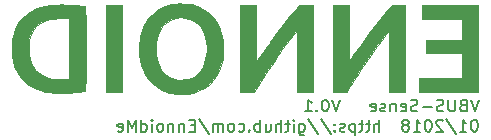
<source format=gbr>
G04 #@! TF.GenerationSoftware,KiCad,Pcbnew,no-vcs-found-dc66b73~61~ubuntu17.10.1*
G04 #@! TF.CreationDate,2018-02-04T10:14:16-05:00*
G04 #@! TF.ProjectId,VBUS-Sense,564255532D53656E73652E6B69636164,rev?*
G04 #@! TF.SameCoordinates,Original*
G04 #@! TF.FileFunction,Legend,Bot*
G04 #@! TF.FilePolarity,Positive*
%FSLAX46Y46*%
G04 Gerber Fmt 4.6, Leading zero omitted, Abs format (unit mm)*
G04 Created by KiCad (PCBNEW no-vcs-found-dc66b73~61~ubuntu17.10.1) date Sun Feb  4 10:14:16 2018*
%MOMM*%
%LPD*%
G01*
G04 APERTURE LIST*
%ADD10C,0.200000*%
%ADD11C,0.010000*%
G04 APERTURE END LIST*
D10*
X49812761Y-66102380D02*
X49479428Y-67102380D01*
X49146095Y-66102380D01*
X48479428Y-66578571D02*
X48336571Y-66626190D01*
X48288952Y-66673809D01*
X48241333Y-66769047D01*
X48241333Y-66911904D01*
X48288952Y-67007142D01*
X48336571Y-67054761D01*
X48431809Y-67102380D01*
X48812761Y-67102380D01*
X48812761Y-66102380D01*
X48479428Y-66102380D01*
X48384190Y-66150000D01*
X48336571Y-66197619D01*
X48288952Y-66292857D01*
X48288952Y-66388095D01*
X48336571Y-66483333D01*
X48384190Y-66530952D01*
X48479428Y-66578571D01*
X48812761Y-66578571D01*
X47812761Y-66102380D02*
X47812761Y-66911904D01*
X47765142Y-67007142D01*
X47717523Y-67054761D01*
X47622285Y-67102380D01*
X47431809Y-67102380D01*
X47336571Y-67054761D01*
X47288952Y-67007142D01*
X47241333Y-66911904D01*
X47241333Y-66102380D01*
X46812761Y-67054761D02*
X46669904Y-67102380D01*
X46431809Y-67102380D01*
X46336571Y-67054761D01*
X46288952Y-67007142D01*
X46241333Y-66911904D01*
X46241333Y-66816666D01*
X46288952Y-66721428D01*
X46336571Y-66673809D01*
X46431809Y-66626190D01*
X46622285Y-66578571D01*
X46717523Y-66530952D01*
X46765142Y-66483333D01*
X46812761Y-66388095D01*
X46812761Y-66292857D01*
X46765142Y-66197619D01*
X46717523Y-66150000D01*
X46622285Y-66102380D01*
X46384190Y-66102380D01*
X46241333Y-66150000D01*
X45812761Y-66721428D02*
X45050857Y-66721428D01*
X44622285Y-67054761D02*
X44479428Y-67102380D01*
X44241333Y-67102380D01*
X44146095Y-67054761D01*
X44098476Y-67007142D01*
X44050857Y-66911904D01*
X44050857Y-66816666D01*
X44098476Y-66721428D01*
X44146095Y-66673809D01*
X44241333Y-66626190D01*
X44431809Y-66578571D01*
X44527047Y-66530952D01*
X44574666Y-66483333D01*
X44622285Y-66388095D01*
X44622285Y-66292857D01*
X44574666Y-66197619D01*
X44527047Y-66150000D01*
X44431809Y-66102380D01*
X44193714Y-66102380D01*
X44050857Y-66150000D01*
X43241333Y-67054761D02*
X43336571Y-67102380D01*
X43527047Y-67102380D01*
X43622285Y-67054761D01*
X43669904Y-66959523D01*
X43669904Y-66578571D01*
X43622285Y-66483333D01*
X43527047Y-66435714D01*
X43336571Y-66435714D01*
X43241333Y-66483333D01*
X43193714Y-66578571D01*
X43193714Y-66673809D01*
X43669904Y-66769047D01*
X42765142Y-66435714D02*
X42765142Y-67102380D01*
X42765142Y-66530952D02*
X42717523Y-66483333D01*
X42622285Y-66435714D01*
X42479428Y-66435714D01*
X42384190Y-66483333D01*
X42336571Y-66578571D01*
X42336571Y-67102380D01*
X41908000Y-67054761D02*
X41812761Y-67102380D01*
X41622285Y-67102380D01*
X41527047Y-67054761D01*
X41479428Y-66959523D01*
X41479428Y-66911904D01*
X41527047Y-66816666D01*
X41622285Y-66769047D01*
X41765142Y-66769047D01*
X41860380Y-66721428D01*
X41908000Y-66626190D01*
X41908000Y-66578571D01*
X41860380Y-66483333D01*
X41765142Y-66435714D01*
X41622285Y-66435714D01*
X41527047Y-66483333D01*
X40669904Y-67054761D02*
X40765142Y-67102380D01*
X40955619Y-67102380D01*
X41050857Y-67054761D01*
X41098476Y-66959523D01*
X41098476Y-66578571D01*
X41050857Y-66483333D01*
X40955619Y-66435714D01*
X40765142Y-66435714D01*
X40669904Y-66483333D01*
X40622285Y-66578571D01*
X40622285Y-66673809D01*
X41098476Y-66769047D01*
X38050857Y-66102380D02*
X37717523Y-67102380D01*
X37384190Y-66102380D01*
X36860380Y-66102380D02*
X36765142Y-66102380D01*
X36669904Y-66150000D01*
X36622285Y-66197619D01*
X36574666Y-66292857D01*
X36527047Y-66483333D01*
X36527047Y-66721428D01*
X36574666Y-66911904D01*
X36622285Y-67007142D01*
X36669904Y-67054761D01*
X36765142Y-67102380D01*
X36860380Y-67102380D01*
X36955619Y-67054761D01*
X37003238Y-67007142D01*
X37050857Y-66911904D01*
X37098476Y-66721428D01*
X37098476Y-66483333D01*
X37050857Y-66292857D01*
X37003238Y-66197619D01*
X36955619Y-66150000D01*
X36860380Y-66102380D01*
X36098476Y-67007142D02*
X36050857Y-67054761D01*
X36098476Y-67102380D01*
X36146095Y-67054761D01*
X36098476Y-67007142D01*
X36098476Y-67102380D01*
X35098476Y-67102380D02*
X35669904Y-67102380D01*
X35384190Y-67102380D02*
X35384190Y-66102380D01*
X35479428Y-66245238D01*
X35574666Y-66340476D01*
X35669904Y-66388095D01*
X49479428Y-67802380D02*
X49384190Y-67802380D01*
X49288952Y-67850000D01*
X49241333Y-67897619D01*
X49193714Y-67992857D01*
X49146095Y-68183333D01*
X49146095Y-68421428D01*
X49193714Y-68611904D01*
X49241333Y-68707142D01*
X49288952Y-68754761D01*
X49384190Y-68802380D01*
X49479428Y-68802380D01*
X49574666Y-68754761D01*
X49622285Y-68707142D01*
X49669904Y-68611904D01*
X49717523Y-68421428D01*
X49717523Y-68183333D01*
X49669904Y-67992857D01*
X49622285Y-67897619D01*
X49574666Y-67850000D01*
X49479428Y-67802380D01*
X48193714Y-68802380D02*
X48765142Y-68802380D01*
X48479428Y-68802380D02*
X48479428Y-67802380D01*
X48574666Y-67945238D01*
X48669904Y-68040476D01*
X48765142Y-68088095D01*
X47050857Y-67754761D02*
X47908000Y-69040476D01*
X46765142Y-67897619D02*
X46717523Y-67850000D01*
X46622285Y-67802380D01*
X46384190Y-67802380D01*
X46288952Y-67850000D01*
X46241333Y-67897619D01*
X46193714Y-67992857D01*
X46193714Y-68088095D01*
X46241333Y-68230952D01*
X46812761Y-68802380D01*
X46193714Y-68802380D01*
X45574666Y-67802380D02*
X45479428Y-67802380D01*
X45384190Y-67850000D01*
X45336571Y-67897619D01*
X45288952Y-67992857D01*
X45241333Y-68183333D01*
X45241333Y-68421428D01*
X45288952Y-68611904D01*
X45336571Y-68707142D01*
X45384190Y-68754761D01*
X45479428Y-68802380D01*
X45574666Y-68802380D01*
X45669904Y-68754761D01*
X45717523Y-68707142D01*
X45765142Y-68611904D01*
X45812761Y-68421428D01*
X45812761Y-68183333D01*
X45765142Y-67992857D01*
X45717523Y-67897619D01*
X45669904Y-67850000D01*
X45574666Y-67802380D01*
X44288952Y-68802380D02*
X44860380Y-68802380D01*
X44574666Y-68802380D02*
X44574666Y-67802380D01*
X44669904Y-67945238D01*
X44765142Y-68040476D01*
X44860380Y-68088095D01*
X43717523Y-68230952D02*
X43812761Y-68183333D01*
X43860380Y-68135714D01*
X43908000Y-68040476D01*
X43908000Y-67992857D01*
X43860380Y-67897619D01*
X43812761Y-67850000D01*
X43717523Y-67802380D01*
X43527047Y-67802380D01*
X43431809Y-67850000D01*
X43384190Y-67897619D01*
X43336571Y-67992857D01*
X43336571Y-68040476D01*
X43384190Y-68135714D01*
X43431809Y-68183333D01*
X43527047Y-68230952D01*
X43717523Y-68230952D01*
X43812761Y-68278571D01*
X43860380Y-68326190D01*
X43908000Y-68421428D01*
X43908000Y-68611904D01*
X43860380Y-68707142D01*
X43812761Y-68754761D01*
X43717523Y-68802380D01*
X43527047Y-68802380D01*
X43431809Y-68754761D01*
X43384190Y-68707142D01*
X43336571Y-68611904D01*
X43336571Y-68421428D01*
X43384190Y-68326190D01*
X43431809Y-68278571D01*
X43527047Y-68230952D01*
X41384190Y-68802380D02*
X41384190Y-67802380D01*
X40955619Y-68802380D02*
X40955619Y-68278571D01*
X41003238Y-68183333D01*
X41098476Y-68135714D01*
X41241333Y-68135714D01*
X41336571Y-68183333D01*
X41384190Y-68230952D01*
X40622285Y-68135714D02*
X40241333Y-68135714D01*
X40479428Y-67802380D02*
X40479428Y-68659523D01*
X40431809Y-68754761D01*
X40336571Y-68802380D01*
X40241333Y-68802380D01*
X40050857Y-68135714D02*
X39669904Y-68135714D01*
X39908000Y-67802380D02*
X39908000Y-68659523D01*
X39860380Y-68754761D01*
X39765142Y-68802380D01*
X39669904Y-68802380D01*
X39336571Y-68135714D02*
X39336571Y-69135714D01*
X39336571Y-68183333D02*
X39241333Y-68135714D01*
X39050857Y-68135714D01*
X38955619Y-68183333D01*
X38908000Y-68230952D01*
X38860380Y-68326190D01*
X38860380Y-68611904D01*
X38908000Y-68707142D01*
X38955619Y-68754761D01*
X39050857Y-68802380D01*
X39241333Y-68802380D01*
X39336571Y-68754761D01*
X38479428Y-68754761D02*
X38384190Y-68802380D01*
X38193714Y-68802380D01*
X38098476Y-68754761D01*
X38050857Y-68659523D01*
X38050857Y-68611904D01*
X38098476Y-68516666D01*
X38193714Y-68469047D01*
X38336571Y-68469047D01*
X38431809Y-68421428D01*
X38479428Y-68326190D01*
X38479428Y-68278571D01*
X38431809Y-68183333D01*
X38336571Y-68135714D01*
X38193714Y-68135714D01*
X38098476Y-68183333D01*
X37622285Y-68707142D02*
X37574666Y-68754761D01*
X37622285Y-68802380D01*
X37669904Y-68754761D01*
X37622285Y-68707142D01*
X37622285Y-68802380D01*
X37622285Y-68183333D02*
X37574666Y-68230952D01*
X37622285Y-68278571D01*
X37669904Y-68230952D01*
X37622285Y-68183333D01*
X37622285Y-68278571D01*
X36431809Y-67754761D02*
X37288952Y-69040476D01*
X35384190Y-67754761D02*
X36241333Y-69040476D01*
X34622285Y-68135714D02*
X34622285Y-68945238D01*
X34669904Y-69040476D01*
X34717523Y-69088095D01*
X34812761Y-69135714D01*
X34955619Y-69135714D01*
X35050857Y-69088095D01*
X34622285Y-68754761D02*
X34717523Y-68802380D01*
X34908000Y-68802380D01*
X35003238Y-68754761D01*
X35050857Y-68707142D01*
X35098476Y-68611904D01*
X35098476Y-68326190D01*
X35050857Y-68230952D01*
X35003238Y-68183333D01*
X34908000Y-68135714D01*
X34717523Y-68135714D01*
X34622285Y-68183333D01*
X34146095Y-68802380D02*
X34146095Y-68135714D01*
X34146095Y-67802380D02*
X34193714Y-67850000D01*
X34146095Y-67897619D01*
X34098476Y-67850000D01*
X34146095Y-67802380D01*
X34146095Y-67897619D01*
X33812761Y-68135714D02*
X33431809Y-68135714D01*
X33669904Y-67802380D02*
X33669904Y-68659523D01*
X33622285Y-68754761D01*
X33527047Y-68802380D01*
X33431809Y-68802380D01*
X33098476Y-68802380D02*
X33098476Y-67802380D01*
X32669904Y-68802380D02*
X32669904Y-68278571D01*
X32717523Y-68183333D01*
X32812761Y-68135714D01*
X32955619Y-68135714D01*
X33050857Y-68183333D01*
X33098476Y-68230952D01*
X31765142Y-68135714D02*
X31765142Y-68802380D01*
X32193714Y-68135714D02*
X32193714Y-68659523D01*
X32146095Y-68754761D01*
X32050857Y-68802380D01*
X31908000Y-68802380D01*
X31812761Y-68754761D01*
X31765142Y-68707142D01*
X31288952Y-68802380D02*
X31288952Y-67802380D01*
X31288952Y-68183333D02*
X31193714Y-68135714D01*
X31003238Y-68135714D01*
X30908000Y-68183333D01*
X30860380Y-68230952D01*
X30812761Y-68326190D01*
X30812761Y-68611904D01*
X30860380Y-68707142D01*
X30908000Y-68754761D01*
X31003238Y-68802380D01*
X31193714Y-68802380D01*
X31288952Y-68754761D01*
X30384190Y-68707142D02*
X30336571Y-68754761D01*
X30384190Y-68802380D01*
X30431809Y-68754761D01*
X30384190Y-68707142D01*
X30384190Y-68802380D01*
X29479428Y-68754761D02*
X29574666Y-68802380D01*
X29765142Y-68802380D01*
X29860380Y-68754761D01*
X29908000Y-68707142D01*
X29955619Y-68611904D01*
X29955619Y-68326190D01*
X29908000Y-68230952D01*
X29860380Y-68183333D01*
X29765142Y-68135714D01*
X29574666Y-68135714D01*
X29479428Y-68183333D01*
X28908000Y-68802380D02*
X29003238Y-68754761D01*
X29050857Y-68707142D01*
X29098476Y-68611904D01*
X29098476Y-68326190D01*
X29050857Y-68230952D01*
X29003238Y-68183333D01*
X28908000Y-68135714D01*
X28765142Y-68135714D01*
X28669904Y-68183333D01*
X28622285Y-68230952D01*
X28574666Y-68326190D01*
X28574666Y-68611904D01*
X28622285Y-68707142D01*
X28669904Y-68754761D01*
X28765142Y-68802380D01*
X28908000Y-68802380D01*
X28146095Y-68802380D02*
X28146095Y-68135714D01*
X28146095Y-68230952D02*
X28098476Y-68183333D01*
X28003238Y-68135714D01*
X27860380Y-68135714D01*
X27765142Y-68183333D01*
X27717523Y-68278571D01*
X27717523Y-68802380D01*
X27717523Y-68278571D02*
X27669904Y-68183333D01*
X27574666Y-68135714D01*
X27431809Y-68135714D01*
X27336571Y-68183333D01*
X27288952Y-68278571D01*
X27288952Y-68802380D01*
X26098476Y-67754761D02*
X26955619Y-69040476D01*
X25765142Y-68278571D02*
X25431809Y-68278571D01*
X25288952Y-68802380D02*
X25765142Y-68802380D01*
X25765142Y-67802380D01*
X25288952Y-67802380D01*
X24860380Y-68135714D02*
X24860380Y-68802380D01*
X24860380Y-68230952D02*
X24812761Y-68183333D01*
X24717523Y-68135714D01*
X24574666Y-68135714D01*
X24479428Y-68183333D01*
X24431809Y-68278571D01*
X24431809Y-68802380D01*
X23955619Y-68135714D02*
X23955619Y-68802380D01*
X23955619Y-68230952D02*
X23908000Y-68183333D01*
X23812761Y-68135714D01*
X23669904Y-68135714D01*
X23574666Y-68183333D01*
X23527047Y-68278571D01*
X23527047Y-68802380D01*
X22908000Y-68802380D02*
X23003238Y-68754761D01*
X23050857Y-68707142D01*
X23098476Y-68611904D01*
X23098476Y-68326190D01*
X23050857Y-68230952D01*
X23003238Y-68183333D01*
X22908000Y-68135714D01*
X22765142Y-68135714D01*
X22669904Y-68183333D01*
X22622285Y-68230952D01*
X22574666Y-68326190D01*
X22574666Y-68611904D01*
X22622285Y-68707142D01*
X22669904Y-68754761D01*
X22765142Y-68802380D01*
X22908000Y-68802380D01*
X22146095Y-68802380D02*
X22146095Y-68135714D01*
X22146095Y-67802380D02*
X22193714Y-67850000D01*
X22146095Y-67897619D01*
X22098476Y-67850000D01*
X22146095Y-67802380D01*
X22146095Y-67897619D01*
X21241333Y-68802380D02*
X21241333Y-67802380D01*
X21241333Y-68754761D02*
X21336571Y-68802380D01*
X21527047Y-68802380D01*
X21622285Y-68754761D01*
X21669904Y-68707142D01*
X21717523Y-68611904D01*
X21717523Y-68326190D01*
X21669904Y-68230952D01*
X21622285Y-68183333D01*
X21527047Y-68135714D01*
X21336571Y-68135714D01*
X21241333Y-68183333D01*
X20765142Y-68802380D02*
X20765142Y-67802380D01*
X20431809Y-68516666D01*
X20098476Y-67802380D01*
X20098476Y-68802380D01*
X19241333Y-68754761D02*
X19336571Y-68802380D01*
X19527047Y-68802380D01*
X19622285Y-68754761D01*
X19669904Y-68659523D01*
X19669904Y-68278571D01*
X19622285Y-68183333D01*
X19527047Y-68135714D01*
X19336571Y-68135714D01*
X19241333Y-68183333D01*
X19193714Y-68278571D01*
X19193714Y-68373809D01*
X19669904Y-68469047D01*
D11*
G36*
X18264724Y-65460250D02*
X19612695Y-65460250D01*
X19612695Y-58112487D01*
X18264724Y-58112487D01*
X18264724Y-65460250D01*
X18264724Y-65460250D01*
G37*
X18264724Y-65460250D02*
X19612695Y-65460250D01*
X19612695Y-58112487D01*
X18264724Y-58112487D01*
X18264724Y-65460250D01*
G36*
X34395727Y-58343757D02*
X34176629Y-58591875D01*
X33943506Y-58867007D01*
X33693749Y-59172411D01*
X33424754Y-59511346D01*
X33133913Y-59887068D01*
X32818620Y-60302837D01*
X32673500Y-60496586D01*
X32548160Y-60665994D01*
X32408227Y-60857727D01*
X32257712Y-61066079D01*
X32100621Y-61285349D01*
X31940966Y-61509831D01*
X31782754Y-61733824D01*
X31629994Y-61951622D01*
X31486696Y-62157523D01*
X31356868Y-62345822D01*
X31244519Y-62510817D01*
X31153659Y-62646804D01*
X31088295Y-62748079D01*
X31070001Y-62777903D01*
X30991155Y-62909678D01*
X30984407Y-60511083D01*
X30977660Y-58112487D01*
X29629968Y-58112487D01*
X29629968Y-65460250D01*
X30780762Y-65460250D01*
X30897420Y-65268627D01*
X31078810Y-64974217D01*
X31284148Y-64647089D01*
X31506714Y-64297579D01*
X31739788Y-63936025D01*
X31976651Y-63572765D01*
X32210581Y-63218136D01*
X32434859Y-62882475D01*
X32642766Y-62576120D01*
X32731571Y-62447139D01*
X32837378Y-62296464D01*
X32965060Y-62118178D01*
X33109342Y-61919359D01*
X33264947Y-61707087D01*
X33426602Y-61488439D01*
X33589030Y-61270495D01*
X33746957Y-61060335D01*
X33895107Y-60865037D01*
X34028205Y-60691679D01*
X34140975Y-60547342D01*
X34226314Y-60441318D01*
X34387513Y-60246007D01*
X34387513Y-65460250D01*
X35735483Y-65460250D01*
X35735483Y-58112487D01*
X34604679Y-58112487D01*
X34395727Y-58343757D01*
X34395727Y-58343757D01*
G37*
X34395727Y-58343757D02*
X34176629Y-58591875D01*
X33943506Y-58867007D01*
X33693749Y-59172411D01*
X33424754Y-59511346D01*
X33133913Y-59887068D01*
X32818620Y-60302837D01*
X32673500Y-60496586D01*
X32548160Y-60665994D01*
X32408227Y-60857727D01*
X32257712Y-61066079D01*
X32100621Y-61285349D01*
X31940966Y-61509831D01*
X31782754Y-61733824D01*
X31629994Y-61951622D01*
X31486696Y-62157523D01*
X31356868Y-62345822D01*
X31244519Y-62510817D01*
X31153659Y-62646804D01*
X31088295Y-62748079D01*
X31070001Y-62777903D01*
X30991155Y-62909678D01*
X30984407Y-60511083D01*
X30977660Y-58112487D01*
X29629968Y-58112487D01*
X29629968Y-65460250D01*
X30780762Y-65460250D01*
X30897420Y-65268627D01*
X31078810Y-64974217D01*
X31284148Y-64647089D01*
X31506714Y-64297579D01*
X31739788Y-63936025D01*
X31976651Y-63572765D01*
X32210581Y-63218136D01*
X32434859Y-62882475D01*
X32642766Y-62576120D01*
X32731571Y-62447139D01*
X32837378Y-62296464D01*
X32965060Y-62118178D01*
X33109342Y-61919359D01*
X33264947Y-61707087D01*
X33426602Y-61488439D01*
X33589030Y-61270495D01*
X33746957Y-61060335D01*
X33895107Y-60865037D01*
X34028205Y-60691679D01*
X34140975Y-60547342D01*
X34226314Y-60441318D01*
X34387513Y-60246007D01*
X34387513Y-65460250D01*
X35735483Y-65460250D01*
X35735483Y-58112487D01*
X34604679Y-58112487D01*
X34395727Y-58343757D01*
G36*
X42125581Y-58462695D02*
X41839541Y-58796309D01*
X41531926Y-59170216D01*
X41207089Y-59578642D01*
X40869383Y-60015813D01*
X40523160Y-60475956D01*
X40172775Y-60953298D01*
X39822579Y-61442064D01*
X39476926Y-61936482D01*
X39192710Y-62352769D01*
X38801456Y-62932385D01*
X38801456Y-58112487D01*
X37453486Y-58112487D01*
X37453486Y-65460250D01*
X38617742Y-65460250D01*
X38689776Y-65339003D01*
X38762488Y-65218907D01*
X38859678Y-65061833D01*
X38976758Y-64874957D01*
X39109143Y-64665454D01*
X39252244Y-64440501D01*
X39401476Y-64207275D01*
X39552252Y-63972950D01*
X39699984Y-63744704D01*
X39840086Y-63529711D01*
X39967971Y-63335149D01*
X40039601Y-63227196D01*
X40439813Y-62636100D01*
X40836269Y-62068931D01*
X41224551Y-61531797D01*
X41600246Y-61030810D01*
X41957340Y-60574070D01*
X42197814Y-60273633D01*
X42204552Y-62866942D01*
X42211289Y-65460250D01*
X43559001Y-65460250D01*
X43559001Y-58112487D01*
X42433364Y-58112487D01*
X42125581Y-58462695D01*
X42125581Y-58462695D01*
G37*
X42125581Y-58462695D02*
X41839541Y-58796309D01*
X41531926Y-59170216D01*
X41207089Y-59578642D01*
X40869383Y-60015813D01*
X40523160Y-60475956D01*
X40172775Y-60953298D01*
X39822579Y-61442064D01*
X39476926Y-61936482D01*
X39192710Y-62352769D01*
X38801456Y-62932385D01*
X38801456Y-58112487D01*
X37453486Y-58112487D01*
X37453486Y-65460250D01*
X38617742Y-65460250D01*
X38689776Y-65339003D01*
X38762488Y-65218907D01*
X38859678Y-65061833D01*
X38976758Y-64874957D01*
X39109143Y-64665454D01*
X39252244Y-64440501D01*
X39401476Y-64207275D01*
X39552252Y-63972950D01*
X39699984Y-63744704D01*
X39840086Y-63529711D01*
X39967971Y-63335149D01*
X40039601Y-63227196D01*
X40439813Y-62636100D01*
X40836269Y-62068931D01*
X41224551Y-61531797D01*
X41600246Y-61030810D01*
X41957340Y-60574070D01*
X42197814Y-60273633D01*
X42204552Y-62866942D01*
X42211289Y-65460250D01*
X43559001Y-65460250D01*
X43559001Y-58112487D01*
X42433364Y-58112487D01*
X42125581Y-58462695D01*
G36*
X45012695Y-59275443D02*
X48395837Y-59275443D01*
X48395837Y-61046306D01*
X45382726Y-61046306D01*
X45382726Y-62182831D01*
X48395837Y-62182831D01*
X48395837Y-64297295D01*
X44774817Y-64297295D01*
X44774817Y-65460250D01*
X49770239Y-65460250D01*
X49770239Y-58112487D01*
X45012695Y-58112487D01*
X45012695Y-59275443D01*
X45012695Y-59275443D01*
G37*
X45012695Y-59275443D02*
X48395837Y-59275443D01*
X48395837Y-61046306D01*
X45382726Y-61046306D01*
X45382726Y-62182831D01*
X48395837Y-62182831D01*
X48395837Y-64297295D01*
X44774817Y-64297295D01*
X44774817Y-65460250D01*
X49770239Y-65460250D01*
X49770239Y-58112487D01*
X45012695Y-58112487D01*
X45012695Y-59275443D01*
G36*
X14221357Y-58047397D02*
X13961424Y-58055122D01*
X13728997Y-58069084D01*
X13532104Y-58089589D01*
X13498794Y-58094337D01*
X13049686Y-58176317D01*
X12644252Y-58281796D01*
X12277796Y-58412944D01*
X11945622Y-58571935D01*
X11643035Y-58760942D01*
X11365337Y-58982137D01*
X11168641Y-59172485D01*
X10921696Y-59466569D01*
X10715450Y-59789892D01*
X10549282Y-60144034D01*
X10422569Y-60530576D01*
X10334689Y-60951098D01*
X10285021Y-61407181D01*
X10284208Y-61419950D01*
X10273317Y-61920754D01*
X10304867Y-62392778D01*
X10378488Y-62835273D01*
X10493808Y-63247488D01*
X10650458Y-63628674D01*
X10848066Y-63978082D01*
X11086261Y-64294961D01*
X11364674Y-64578563D01*
X11682932Y-64828137D01*
X12040666Y-65042934D01*
X12088100Y-65067281D01*
X12406769Y-65211032D01*
X12739764Y-65326856D01*
X13093371Y-65415952D01*
X13473878Y-65479521D01*
X13887574Y-65518765D01*
X14340744Y-65534884D01*
X14537819Y-65535099D01*
X14712989Y-65533380D01*
X14876520Y-65531125D01*
X15018772Y-65528518D01*
X15130103Y-65525742D01*
X15200872Y-65522981D01*
X15211966Y-65522247D01*
X15539298Y-65494359D01*
X15824684Y-65466177D01*
X16065787Y-65437990D01*
X16260267Y-65410090D01*
X16405784Y-65382769D01*
X16474037Y-65365143D01*
X16480610Y-65361089D01*
X16486531Y-65351414D01*
X16491834Y-65333493D01*
X16496553Y-65304699D01*
X16500721Y-65262408D01*
X16504373Y-65203994D01*
X16507542Y-65126832D01*
X16510263Y-65028295D01*
X16512569Y-64905760D01*
X16514495Y-64756600D01*
X16516073Y-64578190D01*
X16517339Y-64367905D01*
X16518326Y-64123119D01*
X16519068Y-63841206D01*
X16519599Y-63519542D01*
X16519953Y-63155500D01*
X16520163Y-62746456D01*
X16520265Y-62289784D01*
X16520291Y-61786369D01*
X16520264Y-61279786D01*
X16520163Y-60823439D01*
X16519951Y-60414704D01*
X16519596Y-60050955D01*
X16519064Y-59729566D01*
X16518321Y-59447914D01*
X16517543Y-59255177D01*
X15145889Y-59255177D01*
X15145889Y-64350156D01*
X14557804Y-64350001D01*
X14293563Y-64347467D01*
X14062074Y-64340213D01*
X13869901Y-64328536D01*
X13723610Y-64312733D01*
X13718516Y-64311976D01*
X13348529Y-64234701D01*
X13015795Y-64120003D01*
X12720257Y-63967819D01*
X12461858Y-63778084D01*
X12240542Y-63550732D01*
X12056254Y-63285700D01*
X11908937Y-62982923D01*
X11798535Y-62642335D01*
X11724992Y-62263873D01*
X11695989Y-61984600D01*
X11690486Y-61693150D01*
X11712202Y-61388597D01*
X11758688Y-61084847D01*
X11827494Y-60795807D01*
X11916169Y-60535386D01*
X11974028Y-60406361D01*
X12138686Y-60128068D01*
X12336867Y-59888172D01*
X12569828Y-59685858D01*
X12838829Y-59520307D01*
X13145129Y-59390702D01*
X13489984Y-59296226D01*
X13753577Y-59250750D01*
X13839417Y-59242591D01*
X13961549Y-59235735D01*
X14110265Y-59230265D01*
X14275858Y-59226266D01*
X14448621Y-59223820D01*
X14618846Y-59223013D01*
X14776827Y-59223927D01*
X14912855Y-59226647D01*
X15017223Y-59231257D01*
X15080224Y-59237840D01*
X15086420Y-59239240D01*
X15145889Y-59255177D01*
X16517543Y-59255177D01*
X16517333Y-59203372D01*
X16516065Y-58993315D01*
X16514485Y-58815119D01*
X16512557Y-58666157D01*
X16510249Y-58543806D01*
X16507525Y-58445439D01*
X16504353Y-58368432D01*
X16500699Y-58310159D01*
X16496527Y-58267995D01*
X16491806Y-58239316D01*
X16486499Y-58221495D01*
X16480574Y-58211908D01*
X16474037Y-58207941D01*
X16327775Y-58173330D01*
X16136773Y-58142197D01*
X15909060Y-58114849D01*
X15652662Y-58091591D01*
X15375606Y-58072731D01*
X15085921Y-58058575D01*
X14791633Y-58049430D01*
X14500769Y-58045601D01*
X14221357Y-58047397D01*
X14221357Y-58047397D01*
G37*
X14221357Y-58047397D02*
X13961424Y-58055122D01*
X13728997Y-58069084D01*
X13532104Y-58089589D01*
X13498794Y-58094337D01*
X13049686Y-58176317D01*
X12644252Y-58281796D01*
X12277796Y-58412944D01*
X11945622Y-58571935D01*
X11643035Y-58760942D01*
X11365337Y-58982137D01*
X11168641Y-59172485D01*
X10921696Y-59466569D01*
X10715450Y-59789892D01*
X10549282Y-60144034D01*
X10422569Y-60530576D01*
X10334689Y-60951098D01*
X10285021Y-61407181D01*
X10284208Y-61419950D01*
X10273317Y-61920754D01*
X10304867Y-62392778D01*
X10378488Y-62835273D01*
X10493808Y-63247488D01*
X10650458Y-63628674D01*
X10848066Y-63978082D01*
X11086261Y-64294961D01*
X11364674Y-64578563D01*
X11682932Y-64828137D01*
X12040666Y-65042934D01*
X12088100Y-65067281D01*
X12406769Y-65211032D01*
X12739764Y-65326856D01*
X13093371Y-65415952D01*
X13473878Y-65479521D01*
X13887574Y-65518765D01*
X14340744Y-65534884D01*
X14537819Y-65535099D01*
X14712989Y-65533380D01*
X14876520Y-65531125D01*
X15018772Y-65528518D01*
X15130103Y-65525742D01*
X15200872Y-65522981D01*
X15211966Y-65522247D01*
X15539298Y-65494359D01*
X15824684Y-65466177D01*
X16065787Y-65437990D01*
X16260267Y-65410090D01*
X16405784Y-65382769D01*
X16474037Y-65365143D01*
X16480610Y-65361089D01*
X16486531Y-65351414D01*
X16491834Y-65333493D01*
X16496553Y-65304699D01*
X16500721Y-65262408D01*
X16504373Y-65203994D01*
X16507542Y-65126832D01*
X16510263Y-65028295D01*
X16512569Y-64905760D01*
X16514495Y-64756600D01*
X16516073Y-64578190D01*
X16517339Y-64367905D01*
X16518326Y-64123119D01*
X16519068Y-63841206D01*
X16519599Y-63519542D01*
X16519953Y-63155500D01*
X16520163Y-62746456D01*
X16520265Y-62289784D01*
X16520291Y-61786369D01*
X16520264Y-61279786D01*
X16520163Y-60823439D01*
X16519951Y-60414704D01*
X16519596Y-60050955D01*
X16519064Y-59729566D01*
X16518321Y-59447914D01*
X16517543Y-59255177D01*
X15145889Y-59255177D01*
X15145889Y-64350156D01*
X14557804Y-64350001D01*
X14293563Y-64347467D01*
X14062074Y-64340213D01*
X13869901Y-64328536D01*
X13723610Y-64312733D01*
X13718516Y-64311976D01*
X13348529Y-64234701D01*
X13015795Y-64120003D01*
X12720257Y-63967819D01*
X12461858Y-63778084D01*
X12240542Y-63550732D01*
X12056254Y-63285700D01*
X11908937Y-62982923D01*
X11798535Y-62642335D01*
X11724992Y-62263873D01*
X11695989Y-61984600D01*
X11690486Y-61693150D01*
X11712202Y-61388597D01*
X11758688Y-61084847D01*
X11827494Y-60795807D01*
X11916169Y-60535386D01*
X11974028Y-60406361D01*
X12138686Y-60128068D01*
X12336867Y-59888172D01*
X12569828Y-59685858D01*
X12838829Y-59520307D01*
X13145129Y-59390702D01*
X13489984Y-59296226D01*
X13753577Y-59250750D01*
X13839417Y-59242591D01*
X13961549Y-59235735D01*
X14110265Y-59230265D01*
X14275858Y-59226266D01*
X14448621Y-59223820D01*
X14618846Y-59223013D01*
X14776827Y-59223927D01*
X14912855Y-59226647D01*
X15017223Y-59231257D01*
X15080224Y-59237840D01*
X15086420Y-59239240D01*
X15145889Y-59255177D01*
X16517543Y-59255177D01*
X16517333Y-59203372D01*
X16516065Y-58993315D01*
X16514485Y-58815119D01*
X16512557Y-58666157D01*
X16510249Y-58543806D01*
X16507525Y-58445439D01*
X16504353Y-58368432D01*
X16500699Y-58310159D01*
X16496527Y-58267995D01*
X16491806Y-58239316D01*
X16486499Y-58221495D01*
X16480574Y-58211908D01*
X16474037Y-58207941D01*
X16327775Y-58173330D01*
X16136773Y-58142197D01*
X15909060Y-58114849D01*
X15652662Y-58091591D01*
X15375606Y-58072731D01*
X15085921Y-58058575D01*
X14791633Y-58049430D01*
X14500769Y-58045601D01*
X14221357Y-58047397D01*
G36*
X24218936Y-57966088D02*
X24000145Y-57987429D01*
X23787832Y-58023842D01*
X23566853Y-58077025D01*
X23471876Y-58103596D01*
X23094970Y-58239536D01*
X22741507Y-58421450D01*
X22414083Y-58646735D01*
X22115295Y-58912788D01*
X21847738Y-59217005D01*
X21614011Y-59556783D01*
X21416708Y-59929518D01*
X21263235Y-60318145D01*
X21161518Y-60689055D01*
X21092149Y-61089618D01*
X21055064Y-61508717D01*
X21050197Y-61935236D01*
X21077484Y-62358059D01*
X21136860Y-62766067D01*
X21228261Y-63148145D01*
X21280685Y-63311119D01*
X21450301Y-63723264D01*
X21655813Y-64096879D01*
X21896623Y-64431433D01*
X22172130Y-64726389D01*
X22481735Y-64981216D01*
X22824839Y-65195378D01*
X23200842Y-65368342D01*
X23609146Y-65499574D01*
X23783502Y-65540715D01*
X23925487Y-65564006D01*
X24105437Y-65583152D01*
X24309296Y-65597622D01*
X24523006Y-65606883D01*
X24732510Y-65610405D01*
X24923752Y-65607655D01*
X25082676Y-65598103D01*
X25136732Y-65591889D01*
X25579745Y-65507415D01*
X25989832Y-65381655D01*
X26366894Y-65214682D01*
X26710830Y-65006566D01*
X27021542Y-64757378D01*
X27298930Y-64467188D01*
X27542895Y-64136067D01*
X27753337Y-63764086D01*
X27777838Y-63713549D01*
X27901964Y-63431468D01*
X27998917Y-63159188D01*
X28071462Y-62884295D01*
X28122365Y-62594376D01*
X28154392Y-62277016D01*
X28169406Y-61956087D01*
X28169417Y-61945027D01*
X26769006Y-61945027D01*
X26735881Y-62316901D01*
X26668228Y-62676741D01*
X26566774Y-63017409D01*
X26432249Y-63331767D01*
X26265380Y-63612674D01*
X26215019Y-63681669D01*
X26064719Y-63846764D01*
X25875919Y-64004761D01*
X25662925Y-64146086D01*
X25440042Y-64261166D01*
X25237358Y-64335976D01*
X24949018Y-64395780D01*
X24641992Y-64417234D01*
X24334227Y-64400095D01*
X24072053Y-64351632D01*
X23773565Y-64248581D01*
X23498417Y-64099276D01*
X23249775Y-63906325D01*
X23030804Y-63672334D01*
X22844672Y-63399912D01*
X22786308Y-63292924D01*
X22662834Y-63002182D01*
X22569922Y-62677876D01*
X22507716Y-62329681D01*
X22476362Y-61967268D01*
X22476007Y-61600311D01*
X22506796Y-61238481D01*
X22568874Y-60891451D01*
X22662388Y-60568894D01*
X22742293Y-60372173D01*
X22908795Y-60068156D01*
X23107613Y-59804808D01*
X23336669Y-59583490D01*
X23593883Y-59405562D01*
X23877176Y-59272383D01*
X24184467Y-59185314D01*
X24513679Y-59145714D01*
X24621332Y-59143289D01*
X24956692Y-59167806D01*
X25271276Y-59240154D01*
X25562493Y-59358531D01*
X25827751Y-59521131D01*
X26064458Y-59726150D01*
X26270023Y-59971785D01*
X26441854Y-60256232D01*
X26541653Y-60479982D01*
X26653925Y-60828598D01*
X26728756Y-61193737D01*
X26766874Y-61568260D01*
X26769006Y-61945027D01*
X28169417Y-61945027D01*
X28169828Y-61540284D01*
X28146379Y-61163097D01*
X28097189Y-60815072D01*
X28020384Y-60486759D01*
X27914094Y-60168706D01*
X27776446Y-59851460D01*
X27736562Y-59770466D01*
X27542090Y-59438231D01*
X27306433Y-59127574D01*
X27036319Y-58845053D01*
X26738475Y-58597224D01*
X26419627Y-58390646D01*
X26213501Y-58285775D01*
X25965036Y-58180100D01*
X25731962Y-58099079D01*
X25500283Y-58039644D01*
X25256005Y-57998725D01*
X24985133Y-57973252D01*
X24736532Y-57961832D01*
X24459351Y-57958121D01*
X24218936Y-57966088D01*
X24218936Y-57966088D01*
G37*
X24218936Y-57966088D02*
X24000145Y-57987429D01*
X23787832Y-58023842D01*
X23566853Y-58077025D01*
X23471876Y-58103596D01*
X23094970Y-58239536D01*
X22741507Y-58421450D01*
X22414083Y-58646735D01*
X22115295Y-58912788D01*
X21847738Y-59217005D01*
X21614011Y-59556783D01*
X21416708Y-59929518D01*
X21263235Y-60318145D01*
X21161518Y-60689055D01*
X21092149Y-61089618D01*
X21055064Y-61508717D01*
X21050197Y-61935236D01*
X21077484Y-62358059D01*
X21136860Y-62766067D01*
X21228261Y-63148145D01*
X21280685Y-63311119D01*
X21450301Y-63723264D01*
X21655813Y-64096879D01*
X21896623Y-64431433D01*
X22172130Y-64726389D01*
X22481735Y-64981216D01*
X22824839Y-65195378D01*
X23200842Y-65368342D01*
X23609146Y-65499574D01*
X23783502Y-65540715D01*
X23925487Y-65564006D01*
X24105437Y-65583152D01*
X24309296Y-65597622D01*
X24523006Y-65606883D01*
X24732510Y-65610405D01*
X24923752Y-65607655D01*
X25082676Y-65598103D01*
X25136732Y-65591889D01*
X25579745Y-65507415D01*
X25989832Y-65381655D01*
X26366894Y-65214682D01*
X26710830Y-65006566D01*
X27021542Y-64757378D01*
X27298930Y-64467188D01*
X27542895Y-64136067D01*
X27753337Y-63764086D01*
X27777838Y-63713549D01*
X27901964Y-63431468D01*
X27998917Y-63159188D01*
X28071462Y-62884295D01*
X28122365Y-62594376D01*
X28154392Y-62277016D01*
X28169406Y-61956087D01*
X28169417Y-61945027D01*
X26769006Y-61945027D01*
X26735881Y-62316901D01*
X26668228Y-62676741D01*
X26566774Y-63017409D01*
X26432249Y-63331767D01*
X26265380Y-63612674D01*
X26215019Y-63681669D01*
X26064719Y-63846764D01*
X25875919Y-64004761D01*
X25662925Y-64146086D01*
X25440042Y-64261166D01*
X25237358Y-64335976D01*
X24949018Y-64395780D01*
X24641992Y-64417234D01*
X24334227Y-64400095D01*
X24072053Y-64351632D01*
X23773565Y-64248581D01*
X23498417Y-64099276D01*
X23249775Y-63906325D01*
X23030804Y-63672334D01*
X22844672Y-63399912D01*
X22786308Y-63292924D01*
X22662834Y-63002182D01*
X22569922Y-62677876D01*
X22507716Y-62329681D01*
X22476362Y-61967268D01*
X22476007Y-61600311D01*
X22506796Y-61238481D01*
X22568874Y-60891451D01*
X22662388Y-60568894D01*
X22742293Y-60372173D01*
X22908795Y-60068156D01*
X23107613Y-59804808D01*
X23336669Y-59583490D01*
X23593883Y-59405562D01*
X23877176Y-59272383D01*
X24184467Y-59185314D01*
X24513679Y-59145714D01*
X24621332Y-59143289D01*
X24956692Y-59167806D01*
X25271276Y-59240154D01*
X25562493Y-59358531D01*
X25827751Y-59521131D01*
X26064458Y-59726150D01*
X26270023Y-59971785D01*
X26441854Y-60256232D01*
X26541653Y-60479982D01*
X26653925Y-60828598D01*
X26728756Y-61193737D01*
X26766874Y-61568260D01*
X26769006Y-61945027D01*
X28169417Y-61945027D01*
X28169828Y-61540284D01*
X28146379Y-61163097D01*
X28097189Y-60815072D01*
X28020384Y-60486759D01*
X27914094Y-60168706D01*
X27776446Y-59851460D01*
X27736562Y-59770466D01*
X27542090Y-59438231D01*
X27306433Y-59127574D01*
X27036319Y-58845053D01*
X26738475Y-58597224D01*
X26419627Y-58390646D01*
X26213501Y-58285775D01*
X25965036Y-58180100D01*
X25731962Y-58099079D01*
X25500283Y-58039644D01*
X25256005Y-57998725D01*
X24985133Y-57973252D01*
X24736532Y-57961832D01*
X24459351Y-57958121D01*
X24218936Y-57966088D01*
M02*

</source>
